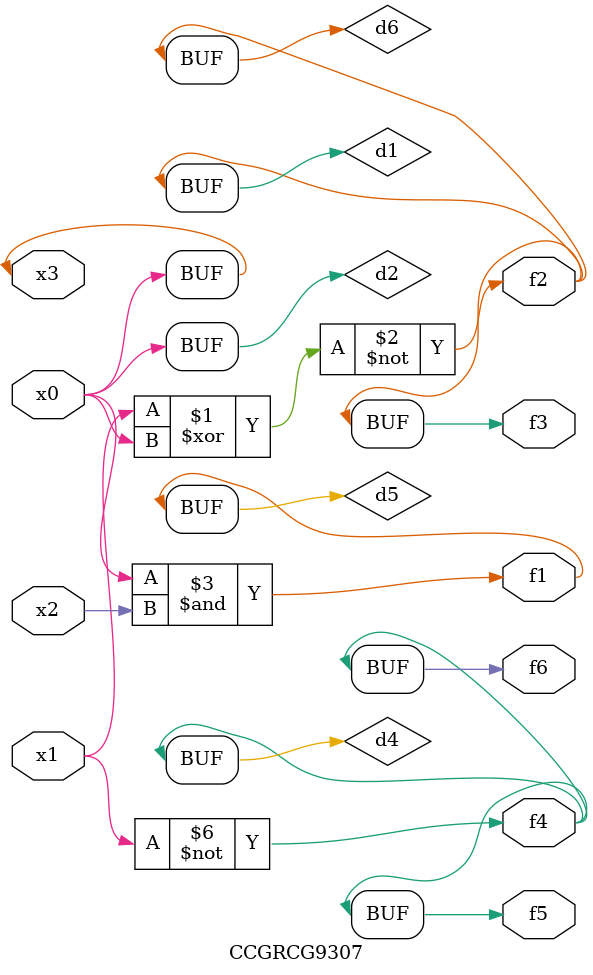
<source format=v>
module CCGRCG9307(
	input x0, x1, x2, x3,
	output f1, f2, f3, f4, f5, f6
);

	wire d1, d2, d3, d4, d5, d6;

	xnor (d1, x1, x3);
	buf (d2, x0, x3);
	nand (d3, x0, x2);
	not (d4, x1);
	nand (d5, d3);
	or (d6, d1);
	assign f1 = d5;
	assign f2 = d6;
	assign f3 = d6;
	assign f4 = d4;
	assign f5 = d4;
	assign f6 = d4;
endmodule

</source>
